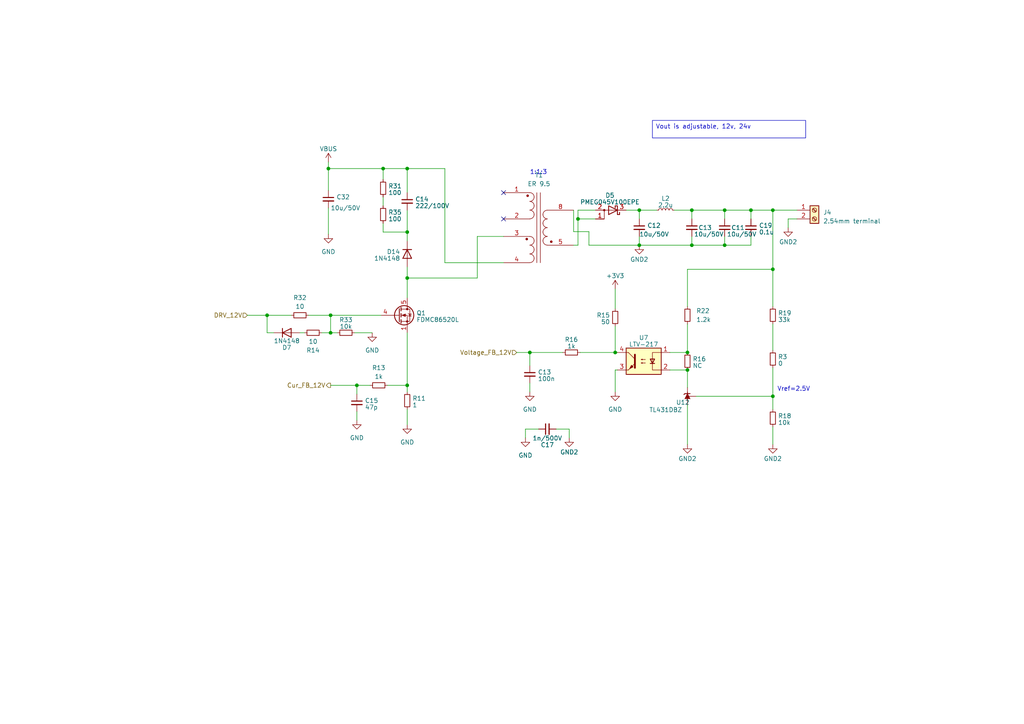
<source format=kicad_sch>
(kicad_sch (version 20230121) (generator eeschema)
  (paper "A4")
  (lib_symbols
    (symbol "Connector:Screw_Terminal_01x02" (pin_names (offset 1.016) hide)
      (property "Reference" "J" (at 0 2.54 0))
      (property "Value" "Screw_Terminal_01x02" (at 0 -5.08 0))
      (symbol "Screw_Terminal_01x02_1_1"
        (rectangle (start -1.27 1.27) (end 1.27 -3.81) (stroke (width 0.254)) (fill (type background)))
        (circle (center 0 -2.54) (radius 0.635) (stroke (width 0.1524)))
        (polyline (pts (xy -0.5334 -2.2098) (xy 0.3302 -3.048)) (stroke (width 0.1524)))
        (polyline (pts (xy -0.5334 0.3302) (xy 0.3302 -0.508)) (stroke (width 0.1524)))
        (polyline (pts (xy -0.3556 -2.032) (xy 0.508 -2.8702)) (stroke (width 0.1524)))
        (polyline (pts (xy -0.3556 0.508) (xy 0.508 -0.3302)) (stroke (width 0.1524)))
        (circle (center 0 0) (radius 0.635) (stroke (width 0.1524)))
        (pin passive line (at -5.08 0 0) (length 3.81) (name "Pin_1") (number "1"))
        (pin passive line (at -5.08 -2.54 0) (length 3.81) (name "Pin_2") (number "2"))
      )
    )
    (symbol "Device:C_Small" (pin_numbers hide) (pin_names (offset 0.254) hide)
      (property "Reference" "C" (at 0.254 1.778 0))
      (property "Value" "C_Small" (at 0.254 -2.032 0))
      (symbol "C_Small_0_1"
        (polyline (pts (xy -1.524 -0.508) (xy 1.524 -0.508)) (stroke (width 0.3302)))
        (polyline (pts (xy -1.524 0.508) (xy 1.524 0.508)) (stroke (width 0.3048)))
      )
      (symbol "C_Small_1_1"
        (pin passive line (at 0 2.54 270) (length 2.032) (name "~") (number "1"))
        (pin passive line (at 0 -2.54 90) (length 2.032) (name "~") (number "2"))
      )
    )
    (symbol "Device:D_Schottky_AAK" (pin_names (offset 0) hide)
      (property "Reference" "D" (at 0 2.54 0))
      (property "Value" "D_Schottky_AAK" (at 0 -2.54 0))
      (symbol "D_Schottky_AAK_0_1"
        (polyline (pts (xy 1.27 1.27) (xy 1.27 -1.27) (xy -1.27 0) (xy 1.27 1.27)) (stroke (width 0.254)))
        (polyline (pts (xy 3.81 2.54) (xy 2.54 2.54) (xy 2.54 0) (xy -1.27 0)))
        (polyline (pts (xy -1.905 0.635) (xy -1.905 1.27) (xy -1.27 1.27) (xy -1.27 -1.27) (xy -0.635 -1.27) (xy -0.635 -0.635)) (stroke (width 0.254)))
        (circle (center 2.54 0) (radius 0.254) (fill (type outline)))
      )
      (symbol "D_Schottky_AAK_1_1"
        (pin passive line (at 5.08 2.54 180) (length 2.54) (name "A") (number "1"))
        (pin passive line (at 5.08 0 180) (length 2.54) (name "A") (number "2"))
        (pin passive line (at -3.81 0 0) (length 2.54) (name "K") (number "3"))
      )
    )
    (symbol "Device:L_Small" (pin_numbers hide) (pin_names (offset 0.254) hide)
      (property "Reference" "L" (at 0.762 1.016 0))
      (property "Value" "L_Small" (at 0.762 -1.016 0))
      (symbol "L_Small_0_1"
        (arc (start 0 -2.032) (mid 0.5058 -1.524) (end 0 -1.016))
        (arc (start 0 -1.016) (mid 0.5058 -0.508) (end 0 0))
        (arc (start 0 0) (mid 0.5058 0.508) (end 0 1.016))
        (arc (start 0 1.016) (mid 0.5058 1.524) (end 0 2.032))
      )
      (symbol "L_Small_1_1"
        (pin passive line (at 0 2.54 270) (length 0.508) (name "~") (number "1"))
        (pin passive line (at 0 -2.54 90) (length 0.508) (name "~") (number "2"))
      )
    )
    (symbol "Device:R_Small" (pin_numbers hide) (pin_names (offset 0.254) hide)
      (property "Reference" "R" (at 0.762 0.508 0))
      (property "Value" "R_Small" (at 0.762 -1.016 0))
      (symbol "R_Small_0_1"
        (rectangle (start -0.762 1.778) (end 0.762 -1.778) (stroke (width 0.2032)))
      )
      (symbol "R_Small_1_1"
        (pin passive line (at 0 2.54 270) (length 0.762) (name "~") (number "1"))
        (pin passive line (at 0 -2.54 90) (length 0.762) (name "~") (number "2"))
      )
    )
    (symbol "Device:Transformer_1P_2S" (pin_names (offset 1.016) hide)
      (property "Reference" "T2" (at -0.127 13.0431 0))
      (property "Value" "EFD10" (at -0.127 11.1221 0))
      (symbol "Transformer_1P_2S_0_1"
        (arc (start -2.54 -5.0546) (mid -1.6599 -4.6901) (end -1.27 -3.81))
        (arc (start -2.54 -2.5146) (mid -1.6599 -2.1501) (end -1.27 -1.27))
        (arc (start -2.54 0.0254) (mid -1.6599 0.3899) (end -1.27 1.27))
        (arc (start -2.54 2.5654) (mid -1.6599 2.9299) (end -1.27 3.81))
        (arc (start -1.27 -3.81) (mid -1.642 -2.912) (end -2.54 -2.54))
        (arc (start -1.27 -1.27) (mid -1.642 -0.372) (end -2.54 0))
        (arc (start -1.27 1.27) (mid -1.642 2.168) (end -2.54 2.54))
        (arc (start -1.27 3.81) (mid -1.642 4.708) (end -2.54 5.08))
        (polyline (pts (xy -0.508 -10.16) (xy -0.508 10.16)))
        (polyline (pts (xy 0.508 10.16) (xy 0.508 -10.16)))
        (arc (start 1.2954 -8.89) (mid 1.6599 -9.7701) (end 2.54 -10.1346))
        (arc (start 1.2954 -6.35) (mid 1.6599 -7.2301) (end 2.54 -7.5946))
        (arc (start 1.2954 -3.81) (mid 1.6599 -4.6901) (end 2.54 -5.0546))
        (arc (start 1.2954 3.81) (mid 1.6599 2.9299) (end 2.54 2.5654))
        (arc (start 1.2954 6.35) (mid 1.6599 5.4699) (end 2.54 5.1054))
        (arc (start 1.2954 8.89) (mid 1.6599 8.0099) (end 2.54 7.6454))
        (arc (start 2.54 -7.62) (mid 1.642 -7.992) (end 1.2954 -8.89))
        (arc (start 2.54 -5.08) (mid 1.642 -5.452) (end 1.2954 -6.35))
        (arc (start 2.54 -2.54) (mid 1.642 -2.912) (end 1.2954 -3.81))
        (arc (start 2.54 5.08) (mid 1.642 4.708) (end 1.2954 3.81))
        (arc (start 2.54 7.62) (mid 1.642 7.248) (end 1.2954 6.35))
        (arc (start 2.54 10.16) (mid 1.642 9.788) (end 1.2954 8.89))
      )
      (symbol "Transformer_1P_2S_1_1"
        (circle (center -3.683 -4.064) (radius 0.284) (fill (type outline)))
        (circle (center 3.175 9.271) (radius 0.284) (fill (type outline)))
        (circle (center 3.429 -3.302) (radius 0.284) (fill (type outline)))
        (pin passive line (at 10.16 10.16 180) (length 7.62) (name "SA") (number "1"))
        (pin passive line (at 10.16 2.54 180) (length 7.62) (name "SB") (number "2"))
        (pin passive line (at 10.16 -2.54 180) (length 7.62) (name "SC") (number "3"))
        (pin passive line (at 10.16 -10.16 180) (length 7.62) (name "SD") (number "4"))
        (pin passive line (at -10.16 -5.08 0) (length 7.62) (name "AB") (number "5"))
        (pin passive line (at -10.16 5.08 0) (length 7.62) (name "AA") (number "8"))
      )
    )
    (symbol "Diode:1N4148" (pin_numbers hide) (pin_names hide)
      (property "Reference" "D" (at 0 2.54 0))
      (property "Value" "1N4148" (at 0 -2.54 0))
      (symbol "1N4148_0_1"
        (polyline (pts (xy -1.27 1.27) (xy -1.27 -1.27)) (stroke (width 0.254)))
        (polyline (pts (xy 1.27 0) (xy -1.27 0)))
        (polyline (pts (xy 1.27 1.27) (xy 1.27 -1.27) (xy -1.27 0) (xy 1.27 1.27)) (stroke (width 0.254)))
      )
      (symbol "1N4148_1_1"
        (pin passive line (at -3.81 0 0) (length 2.54) (name "K") (number "1"))
        (pin passive line (at 3.81 0 180) (length 2.54) (name "A") (number "2"))
      )
    )
    (symbol "Isolator:LTV-817" (pin_names (offset 1.016))
      (property "Reference" "U" (at -5.08 5.08 0))
      (property "Value" "LTV-817" (at 0 5.08 0))
      (symbol "LTV-817_0_1"
        (rectangle (start -5.08 3.81) (end 5.08 -3.81) (stroke (width 0.254)) (fill (type background)))
        (polyline (pts (xy -3.175 -0.635) (xy -1.905 -0.635)) (stroke (width 0.254)))
        (polyline (pts (xy 2.54 0.635) (xy 4.445 2.54)))
        (polyline (pts (xy 4.445 -2.54) (xy 2.54 -0.635)) (fill (type outline)))
        (polyline (pts (xy 4.445 -2.54) (xy 5.08 -2.54)))
        (polyline (pts (xy 4.445 2.54) (xy 5.08 2.54)))
        (polyline (pts (xy -5.08 2.54) (xy -2.54 2.54) (xy -2.54 -0.762)))
        (polyline (pts (xy -2.54 -0.635) (xy -2.54 -2.54) (xy -5.08 -2.54)))
        (polyline (pts (xy 2.54 1.905) (xy 2.54 -1.905) (xy 2.54 -1.905)) (stroke (width 0.508)))
        (polyline (pts (xy -2.54 -0.635) (xy -3.175 0.635) (xy -1.905 0.635) (xy -2.54 -0.635)) (stroke (width 0.254)))
        (polyline (pts (xy -0.508 -0.508) (xy 0.762 -0.508) (xy 0.381 -0.635) (xy 0.381 -0.381) (xy 0.762 -0.508)))
        (polyline (pts (xy -0.508 0.508) (xy 0.762 0.508) (xy 0.381 0.381) (xy 0.381 0.635) (xy 0.762 0.508)))
        (polyline (pts (xy 3.048 -1.651) (xy 3.556 -1.143) (xy 4.064 -2.159) (xy 3.048 -1.651) (xy 3.048 -1.651)) (fill (type outline)))
      )
      (symbol "LTV-817_1_1"
        (pin passive line (at -7.62 2.54 0) (length 2.54) (name "~") (number "1"))
        (pin passive line (at -7.62 -2.54 0) (length 2.54) (name "~") (number "2"))
        (pin passive line (at 7.62 -2.54 180) (length 2.54) (name "~") (number "3"))
        (pin passive line (at 7.62 2.54 180) (length 2.54) (name "~") (number "4"))
      )
    )
    (symbol "Reference_Voltage:TL431DBZ" (pin_numbers hide) (pin_names hide)
      (property "Reference" "U11" (at -1.778 0.6437 90))
      (property "Value" "TL431DBZ" (at -1.778 -1.2773 90))
      (symbol "TL431DBZ_0_1"
        (polyline (pts (xy -1.27 0) (xy 0 0) (xy 1.27 0)))
        (polyline (pts (xy -0.762 0.762) (xy 0.762 0) (xy -0.762 -0.762)) (fill (type outline)))
        (polyline (pts (xy 0.508 -1.016) (xy 0.762 -0.762) (xy 0.762 0.762) (xy 0.762 0.762)) (stroke (width 0.254)))
      )
      (symbol "TL431DBZ_1_1"
        (pin passive line (at 0 2.54 270) (length 2.54) (name "REF") (number "1"))
        (pin passive line (at 2.54 0 180) (length 2.54) (name "K") (number "2"))
        (pin passive line (at -2.54 0 0) (length 2.54) (name "A") (number "3"))
      )
    )
    (symbol "Transistor_FET:2N7002" (pin_names hide)
      (property "Reference" "Q2" (at 5.207 0.6437 0))
      (property "Value" "FDMC86520L" (at 5.207 -1.2773 0))
      (symbol "2N7002_0_1"
        (polyline (pts (xy 0.254 0) (xy -2.54 0)))
        (polyline (pts (xy 0.254 1.905) (xy 0.254 -1.905)) (stroke (width 0.254)))
        (polyline (pts (xy 0.762 -1.27) (xy 0.762 -2.286)) (stroke (width 0.254)))
        (polyline (pts (xy 0.762 0.508) (xy 0.762 -0.508)) (stroke (width 0.254)))
        (polyline (pts (xy 0.762 2.286) (xy 0.762 1.27)) (stroke (width 0.254)))
        (polyline (pts (xy 2.54 2.54) (xy 2.54 1.778)))
        (polyline (pts (xy 2.54 -2.54) (xy 2.54 0) (xy 0.762 0)))
        (polyline (pts (xy 0.762 -1.778) (xy 3.302 -1.778) (xy 3.302 1.778) (xy 0.762 1.778)))
        (polyline (pts (xy 1.016 0) (xy 2.032 0.381) (xy 2.032 -0.381) (xy 1.016 0)) (fill (type outline)))
        (polyline (pts (xy 2.794 0.508) (xy 2.921 0.381) (xy 3.683 0.381) (xy 3.81 0.254)))
        (polyline (pts (xy 3.302 0.381) (xy 2.921 -0.254) (xy 3.683 -0.254) (xy 3.302 0.381)))
        (circle (center 1.651 0) (radius 2.794) (stroke (width 0.254)))
        (circle (center 2.54 -1.778) (radius 0.254) (fill (type outline)))
        (circle (center 2.54 1.778) (radius 0.254) (fill (type outline)))
      )
      (symbol "2N7002_1_1"
        (pin passive line (at 2.54 -5.08 90) (length 2.54) (name "S") (number "1"))
        (pin input line (at -5.08 0 0) (length 2.54) (name "G") (number "4"))
        (pin passive line (at 2.54 5.08 270) (length 2.54) (name "D") (number "5"))
      )
    )
    (symbol "power:+3V3" (power) (pin_names (offset 0))
      (property "Value" "+3V3" (at 0 3.556 0))
      (symbol "+3V3_0_1"
        (polyline (pts (xy -0.762 1.27) (xy 0 2.54)))
        (polyline (pts (xy 0 0) (xy 0 2.54)))
        (polyline (pts (xy 0 2.54) (xy 0.762 1.27)))
      )
      (symbol "+3V3_1_1"
        (pin power_in line (at 0 0 90) (length 0) hide (name "+3V3") (number "1"))
      )
    )
    (symbol "power:GND" (power) (pin_names (offset 0))
      (property "Value" "GND" (at 0 -3.81 0))
      (symbol "GND_0_1"
        (polyline (pts (xy 0 0) (xy 0 -1.27) (xy 1.27 -1.27) (xy 0 -2.54) (xy -1.27 -1.27) (xy 0 -1.27)))
      )
      (symbol "GND_1_1"
        (pin power_in line (at 0 0 270) (length 0) hide (name "GND") (number "1"))
      )
    )
    (symbol "power:GND2" (power) (pin_names (offset 0))
      (property "Value" "GND2" (at 0 -3.81 0))
      (symbol "GND2_0_1"
        (polyline (pts (xy 0 0) (xy 0 -1.27) (xy 1.27 -1.27) (xy 0 -2.54) (xy -1.27 -1.27) (xy 0 -1.27)))
      )
      (symbol "GND2_1_1"
        (pin power_in line (at 0 0 270) (length 0) hide (name "GND2") (number "1"))
      )
    )
    (symbol "power:VBUS" (power) (pin_names (offset 0))
      (property "Value" "VBUS" (at 0 3.81 0))
      (symbol "VBUS_0_1"
        (polyline (pts (xy -0.762 1.27) (xy 0 2.54)))
        (polyline (pts (xy 0 0) (xy 0 2.54)))
        (polyline (pts (xy 0 2.54) (xy 0.762 1.27)))
      )
      (symbol "VBUS_1_1"
        (pin power_in line (at 0 0 90) (length 0) hide (name "VBUS") (number "1"))
      )
    )
  )
  (junction (at 95.885 91.44))
  (junction (at 118.11 111.76))
  (junction (at 200.66 71.12))
  (junction (at 95.25 48.895))
  (junction (at 178.435 102.235))
  (junction (at 95.885 96.52))
  (junction (at 167.64 63.5))
  (junction (at 118.11 67.31))
  (junction (at 199.39 107.315))
  (junction (at 103.505 111.76))
  (junction (at 199.39 102.235))
  (junction (at 153.67 102.235))
  (junction (at 224.155 60.96))
  (junction (at 118.11 80.645))
  (junction (at 224.155 114.935))
  (junction (at 111.125 48.895))
  (junction (at 118.11 48.895))
  (junction (at 77.47 91.44))
  (junction (at 200.66 60.96))
  (junction (at 210.185 60.96))
  (junction (at 224.155 78.105))
  (junction (at 185.42 60.96))
  (junction (at 217.805 60.96))
  (junction (at 185.42 71.12))
  (junction (at 210.185 71.12))
  (no_connect (at 146.05 63.5))
  (no_connect (at 146.05 55.88))
  (wire (pts (xy 228.6 63.5) (xy 228.6 66.04)))
  (wire (pts (xy 201.93 114.935) (xy 224.155 114.935)))
  (wire (pts (xy 111.125 64.77) (xy 111.125 67.31)))
  (wire (pts (xy 77.47 96.52) (xy 77.47 91.44)))
  (wire (pts (xy 166.37 71.12) (xy 167.64 71.12)))
  (wire (pts (xy 185.42 60.96) (xy 185.42 63.5)))
  (wire (pts (xy 156.21 124.46) (xy 152.4 124.46)))
  (wire (pts (xy 200.66 68.58) (xy 200.66 71.12)))
  (wire (pts (xy 153.67 102.235) (xy 153.67 106.045)))
  (wire (pts (xy 93.345 96.52) (xy 95.885 96.52)))
  (wire (pts (xy 103.505 119.38) (xy 103.505 121.92)))
  (wire (pts (xy 172.72 63.5) (xy 167.64 63.5)))
  (wire (pts (xy 217.805 68.58) (xy 217.805 71.12)))
  (wire (pts (xy 224.155 114.935) (xy 224.155 118.745)))
  (wire (pts (xy 146.05 76.2) (xy 129.032 76.2)))
  (wire (pts (xy 178.435 107.315) (xy 178.435 113.665)))
  (wire (pts (xy 200.66 60.96) (xy 210.185 60.96)))
  (wire (pts (xy 118.11 77.47) (xy 118.11 80.645)))
  (wire (pts (xy 185.42 60.96) (xy 190.5 60.96)))
  (wire (pts (xy 111.125 57.15) (xy 111.125 59.69)))
  (wire (pts (xy 168.275 102.235) (xy 178.435 102.235)))
  (wire (pts (xy 194.31 107.315) (xy 199.39 107.315)))
  (wire (pts (xy 111.125 48.895) (xy 111.125 52.07)))
  (wire (pts (xy 129.032 76.2) (xy 129.032 48.895)))
  (wire (pts (xy 77.47 96.52) (xy 79.375 96.52)))
  (wire (pts (xy 224.155 93.98) (xy 224.155 101.6)))
  (wire (pts (xy 111.125 67.31) (xy 118.11 67.31)))
  (wire (pts (xy 153.67 102.235) (xy 163.195 102.235)))
  (wire (pts (xy 217.805 60.96) (xy 224.155 60.96)))
  (wire (pts (xy 185.42 71.12) (xy 200.66 71.12)))
  (wire (pts (xy 167.64 71.12) (xy 167.64 63.5)))
  (wire (pts (xy 199.39 117.475) (xy 199.39 128.905)))
  (wire (pts (xy 199.39 93.98) (xy 199.39 102.235)))
  (wire (pts (xy 224.155 60.96) (xy 224.155 78.105)))
  (wire (pts (xy 95.25 55.245) (xy 95.25 48.895)))
  (wire (pts (xy 149.86 102.235) (xy 153.67 102.235)))
  (wire (pts (xy 199.39 88.9) (xy 199.39 78.105)))
  (wire (pts (xy 95.25 48.895) (xy 111.125 48.895)))
  (wire (pts (xy 118.11 111.76) (xy 118.11 113.665)))
  (wire (pts (xy 170.815 71.12) (xy 185.42 71.12)))
  (wire (pts (xy 224.155 123.825) (xy 224.155 128.905)))
  (wire (pts (xy 200.66 60.96) (xy 200.66 63.5)))
  (wire (pts (xy 161.29 124.46) (xy 165.1 124.46)))
  (wire (pts (xy 178.435 94.615) (xy 178.435 102.235)))
  (wire (pts (xy 118.11 48.895) (xy 129.032 48.895)))
  (wire (pts (xy 165.1 124.46) (xy 165.1 127)))
  (wire (pts (xy 167.64 60.96) (xy 172.72 60.96)))
  (wire (pts (xy 181.61 60.96) (xy 185.42 60.96)))
  (wire (pts (xy 102.87 96.52) (xy 107.95 96.52)))
  (wire (pts (xy 89.535 91.44) (xy 95.885 91.44)))
  (wire (pts (xy 194.31 102.235) (xy 199.39 102.235)))
  (wire (pts (xy 95.25 46.99) (xy 95.25 48.895)))
  (wire (pts (xy 166.37 67.183) (xy 170.815 67.183)))
  (wire (pts (xy 118.11 48.895) (xy 118.11 55.88)))
  (wire (pts (xy 77.47 91.44) (xy 84.455 91.44)))
  (wire (pts (xy 199.39 107.315) (xy 199.39 112.395)))
  (wire (pts (xy 178.435 83.82) (xy 178.435 89.535)))
  (wire (pts (xy 118.11 118.745) (xy 118.11 123.19)))
  (wire (pts (xy 178.435 107.315) (xy 179.07 107.315)))
  (wire (pts (xy 138.43 68.58) (xy 146.05 68.58)))
  (wire (pts (xy 210.185 60.96) (xy 217.805 60.96)))
  (wire (pts (xy 95.885 111.76) (xy 103.505 111.76)))
  (wire (pts (xy 185.42 68.58) (xy 185.42 71.12)))
  (wire (pts (xy 118.11 60.96) (xy 118.11 67.31)))
  (wire (pts (xy 195.58 60.96) (xy 200.66 60.96)))
  (wire (pts (xy 167.64 63.5) (xy 167.64 60.96)))
  (wire (pts (xy 118.11 67.31) (xy 118.11 69.85)))
  (wire (pts (xy 112.395 111.76) (xy 118.11 111.76)))
  (wire (pts (xy 152.4 124.46) (xy 152.4 127)))
  (wire (pts (xy 107.315 111.76) (xy 103.505 111.76)))
  (wire (pts (xy 166.37 60.96) (xy 166.37 67.183)))
  (wire (pts (xy 138.43 80.645) (xy 138.43 68.58)))
  (wire (pts (xy 200.66 71.12) (xy 210.185 71.12)))
  (wire (pts (xy 217.805 71.12) (xy 210.185 71.12)))
  (wire (pts (xy 71.755 91.44) (xy 77.47 91.44)))
  (wire (pts (xy 95.885 91.44) (xy 110.49 91.44)))
  (wire (pts (xy 224.155 60.96) (xy 231.14 60.96)))
  (wire (pts (xy 179.07 102.235) (xy 178.435 102.235)))
  (wire (pts (xy 111.125 48.895) (xy 118.11 48.895)))
  (wire (pts (xy 86.995 96.52) (xy 88.265 96.52)))
  (wire (pts (xy 95.885 91.44) (xy 95.885 96.52)))
  (wire (pts (xy 153.67 111.125) (xy 153.67 113.665)))
  (wire (pts (xy 224.155 106.68) (xy 224.155 114.935)))
  (wire (pts (xy 118.11 80.645) (xy 138.43 80.645)))
  (wire (pts (xy 118.11 80.645) (xy 118.11 86.36)))
  (wire (pts (xy 95.885 96.52) (xy 97.79 96.52)))
  (wire (pts (xy 217.805 60.96) (xy 217.805 63.5)))
  (wire (pts (xy 170.815 67.183) (xy 170.815 71.12)))
  (wire (pts (xy 103.505 111.76) (xy 103.505 114.3)))
  (wire (pts (xy 231.14 63.5) (xy 228.6 63.5)))
  (wire (pts (xy 118.11 96.52) (xy 118.11 111.76)))
  (wire (pts (xy 224.155 78.105) (xy 224.155 88.9)))
  (wire (pts (xy 199.39 78.105) (xy 224.155 78.105)))
  (wire (pts (xy 95.25 60.325) (xy 95.25 67.945)))
  (wire (pts (xy 210.185 60.96) (xy 210.185 63.5)))
  (wire (pts (xy 210.185 71.12) (xy 210.185 68.58)))
  (text_box "Vout is adjustable, 12v, 24v" (at 189.23 34.925 0) (size 44.45 5.08) (effects (font (size 1.27 1.27)) (justify left top)))
  (text "Vref=2.5V" (at 225.425 113.665 0) (effects (font (size 1.27 1.27)) (justify left bottom)))
  (text "1:1:3" (at 153.67 50.8 0) (effects (font (size 1.27 1.27)) (justify left bottom)))
  (hierarchical_label "Cur_FB_12V" (shape output) (at 95.885 111.76 180))
  (hierarchical_label "DRV_12V" (shape input) (at 71.755 91.44 180))
  (hierarchical_label "Voltage_FB_12V" (shape input) (at 149.86 102.235 180))
  (symbol (lib_id "Device:R_Small") (at 178.435 92.075 0) (mirror y) (unit 1)
    (property "Reference" "R15" (at 176.9364 91.4313 0) (effects (justify left)))
    (property "Value" "50" (at 176.9364 93.3523 0) (effects (justify left)))
    (property "Footprint" "Resistor_SMD:R_0402_1005Metric" (effects hide))
    (instances (project "PD-AuxPower-Card" (path "" (reference "R15") (unit 1)) (path "" (reference "R46") (unit 1))))
  )
  (symbol (lib_id "power:GND") (at 107.95 96.52 0) (unit 1)
    (property "Reference" "#PWR08" (effects hide))
    (property "Value" "GND" (at 107.95 101.6 0))
    (instances (project "PD-AuxPower-Card" (path "" (reference "#PWR08") (unit 1)) (path "" (reference "#PWR061") (unit 1)) (path "" (reference "#PWR078") (unit 1))))
  )
  (symbol (lib_id "Device:R_Small") (at 199.39 104.775 180) (unit 1)
    (property "Reference" "R16" (at 200.8886 104.1313 0) (effects (justify right)))
    (property "Value" "NC" (at 200.8886 106.0523 0) (effects (justify right)))
    (property "Footprint" "Resistor_SMD:R_0805_2012Metric" (effects hide))
    (instances (project "PD-AuxPower-Card" (path "" (reference "R16") (unit 1)) (path "" (reference "R50") (unit 1))))
  )
  (symbol (lib_id "Device:C_Small") (at 118.11 58.42 0) (unit 1)
    (property "Reference" "C14" (at 120.4341 57.7826 0) (effects (justify left)))
    (property "Value" "222/100V" (at 120.4341 59.7036 0) (effects (justify left)))
    (property "Footprint" "Capacitor_SMD:C_1206_3216Metric" (effects hide))
    (instances (project "PD-AuxPower-Card" (path "" (reference "C14") (unit 1)) (path "" (reference "C29") (unit 1))))
  )
  (symbol (lib_id "power:GND") (at 178.435 113.665 0) (unit 1)
    (property "Reference" "#PWR08" (effects hide))
    (property "Value" "GND" (at 178.435 118.745 0))
    (instances (project "PD-AuxPower-Card" (path "" (reference "#PWR08") (unit 1)) (path "" (reference "#PWR046") (unit 1)) (path "" (reference "#PWR082") (unit 1))))
  )
  (symbol (lib_id "Device:R_Small") (at 224.155 121.285 180) (unit 1)
    (property "Reference" "R18" (at 225.6536 120.6413 0) (effects (justify right)))
    (property "Value" "10k" (at 225.6536 122.5623 0) (effects (justify right)))
    (property "Footprint" "Resistor_SMD:R_0805_2012Metric" (effects hide))
    (instances (project "PD-AuxPower-Card" (path "" (reference "R18") (unit 1)) (path "" (reference "R54") (unit 1))))
  )
  (symbol (lib_id "Device:C_Small") (at 210.185 66.04 0) (unit 1)
    (property "Reference" "C11" (at 212.09 66.04 0) (effects (justify left)))
    (property "Value" "10u/50V" (at 210.82 67.945 0) (effects (justify left)))
    (property "Footprint" "Capacitor_SMD:C_0805_2012Metric" (effects hide))
    (instances (project "PD-AuxPower-Card" (path "" (reference "C11") (unit 1)) (path "" (reference "C32") (unit 1))))
  )
  (symbol (lib_id "Device:C_Small") (at 103.505 116.84 0) (unit 1)
    (property "Reference" "C15" (at 105.8291 116.2026 0) (effects (justify left)))
    (property "Value" "47p" (at 105.8291 118.1236 0) (effects (justify left)))
    (property "Footprint" "Capacitor_SMD:C_0402_1005Metric" (effects hide))
    (instances (project "PD-AuxPower-Card" (path "" (reference "C15") (unit 1)) (path "" (reference "C35") (unit 1))))
  )
  (symbol (lib_id "Device:R_Small") (at 111.125 54.61 180) (unit 1)
    (property "Reference" "R31" (at 112.6236 53.9663 0) (effects (justify right)))
    (property "Value" "100" (at 112.6236 55.8873 0) (effects (justify right)))
    (property "Footprint" "Resistor_SMD:R_0805_2012Metric" (effects hide))
    (instances (project "PD-AuxPower-Card" (path "" (reference "R31") (unit 1)) (path "" (reference "R39") (unit 1))))
  )
  (symbol (lib_id "Device:R_Small") (at 86.995 91.44 270) (unit 1)
    (property "Reference" "R32" (at 86.995 86.36 90))
    (property "Value" "10" (at 86.995 88.9 90))
    (property "Footprint" "Resistor_SMD:R_0402_1005Metric" (effects hide))
    (instances (project "PD-AuxPower-Card" (path "" (reference "R32") (unit 1)) (path "" (reference "R42") (unit 1))))
  )
  (symbol (lib_id "Device:L_Small") (at 193.04 60.96 90) (unit 1)
    (property "Reference" "L2" (at 193.04 57.5713 90))
    (property "Value" "2.2u" (at 193.04 59.4923 90))
    (property "Footprint" "Inductor_SMD:L_Changjiang_FNR3012S" (effects hide))
    (instances (project "PD-AuxPower-Card" (path "" (reference "L2") (unit 1)) (path "" (reference "L3") (unit 1))))
  )
  (symbol (lib_id "power:VBUS") (at 95.25 46.99 0) (unit 1)
    (property "Reference" "#PWR010" (effects hide))
    (property "Value" "VBUS" (at 95.25 43.18 0))
    (instances (project "PD-AuxPower-Card" (path "" (reference "#PWR010") (unit 1)) (path "" (reference "#PWR039") (unit 1)) (path "" (reference "#PWR072") (unit 1))))
  )
  (symbol (lib_id "Isolator:LTV-817") (at 186.69 104.775 0) (mirror y) (unit 1)
    (property "Reference" "U7" (at 186.69 97.9551 0))
    (property "Value" "LTV-217" (at 186.69 99.8761 0))
    (property "Footprint" "Library:SOP-4-175mil" (effects hide))
    (property "Datasheet" "http://www.us.liteon.com/downloads/LTV-817-827-847.PDF" (effects hide))
    (instances (project "PD-AuxPower-Card" (path "" (reference "U7") (unit 1)) (path "" (reference "U10") (unit 1))))
  )
  (symbol (lib_id "Device:R_Small") (at 109.855 111.76 90) (unit 1)
    (property "Reference" "R13" (at 109.855 106.68 90))
    (property "Value" "1k" (at 109.855 109.22 90))
    (property "Footprint" "Resistor_SMD:R_0402_1005Metric" (effects hide))
    (instances (project "PD-AuxPower-Card" (path "" (reference "R13") (unit 1)) (path "" (reference "R51") (unit 1))))
  )
  (symbol (lib_id "Diode:1N4148") (at 83.185 96.52 0) (mirror x) (unit 1)
    (property "Reference" "D7" (at 83.185 100.7999 0))
    (property "Value" "1N4148" (at 83.185 98.8789 0))
    (property "Footprint" "Diode_SMD:D_SOD-523" (effects hide))
    (property "Datasheet" "https://assets.nexperia.com/documents/data-sheet/1N4148_1N4448.pdf" (effects hide))
    (property "Sim.Device" "D" (effects hide))
    (property "Sim.Pins" "1=K 2=A" (effects hide))
    (instances (project "PD-AuxPower-Card" (path "" (reference "D7") (unit 1)) (path "" (reference "D18") (unit 1))))
  )
  (symbol (lib_id "power:GND") (at 152.4 127 0) (unit 1)
    (property "Reference" "#PWR08" (effects hide))
    (property "Value" "GND" (at 152.4 132.08 0))
    (instances (project "PD-AuxPower-Card" (path "" (reference "#PWR08") (unit 1)) (path "" (reference "#PWR051") (unit 1)) (path "" (reference "#PWR085") (unit 1))))
  )
  (symbol (lib_id "Device:R_Small") (at 199.39 91.44 180) (unit 1)
    (property "Reference" "R22" (at 201.93 90.17 0) (effects (justify right)))
    (property "Value" "1.2k" (at 201.93 92.71 0) (effects (justify right)))
    (property "Footprint" "Resistor_SMD:R_0805_2012Metric" (effects hide))
    (instances (project "PD-AuxPower-Card" (path "" (reference "R22") (unit 1)) (path "" (reference "R43") (unit 1))))
  )
  (symbol (lib_id "Device:R_Small") (at 224.155 91.44 180) (unit 1)
    (property "Reference" "R19" (at 225.6536 90.7963 0) (effects (justify right)))
    (property "Value" "33k" (at 225.6536 92.7173 0) (effects (justify right)))
    (property "Footprint" "Resistor_SMD:R_0805_2012Metric" (effects hide))
    (instances (project "PD-AuxPower-Card" (path "" (reference "R19") (unit 1)) (path "" (reference "R44") (unit 1))))
  )
  (symbol (lib_id "power:GND2") (at 199.39 128.905 0) (unit 1)
    (property "Reference" "#PWR087" (effects hide))
    (property "Value" "GND2" (at 199.39 133.0405 0))
  )
  (symbol (lib_id "Connector:Screw_Terminal_01x02") (at 236.22 60.96 0) (unit 1)
    (property "Reference" "J4" (at 238.76 61.595 0) (effects (justify left)))
    (property "Value" "2.54mm terminal" (at 238.76 64.135 0) (effects (justify left)))
    (property "Footprint" "Connector_PinHeader_2.54mm:PinHeader_1x02_P2.54mm_Vertical" (effects hide))
    (instances (project "PD-AuxPower-Card" (path "" (reference "J4") (unit 1)) (path "" (reference "J5") (unit 1))))
  )
  (symbol (lib_id "Device:R_Small") (at 100.33 96.52 270) (unit 1)
    (property "Reference" "R33" (at 100.33 92.7735 90))
    (property "Value" "10k" (at 100.33 94.6945 90))
    (property "Footprint" "Resistor_SMD:R_0402_1005Metric" (effects hide))
    (instances (project "PD-AuxPower-Card" (path "" (reference "R33") (unit 1)) (path "" (reference "R48") (unit 1))))
  )
  (symbol (lib_id "Device:C_Small") (at 158.75 124.46 90) (mirror x) (unit 1)
    (property "Reference" "C17" (at 158.7563 129.032 90))
    (property "Value" "1n/500V" (at 158.7563 127.111 90))
    (property "Footprint" "Capacitor_SMD:C_1210_3225Metric" (effects hide))
    (instances (project "PD-AuxPower-Card" (path "" (reference "C17") (unit 1)) (path "" (reference "C36") (unit 1))))
  )
  (symbol (lib_id "power:GND2") (at 224.155 128.905 0) (unit 1)
    (property "Reference" "#PWR088" (effects hide))
    (property "Value" "GND2" (at 224.155 133.0405 0))
  )
  (symbol (lib_id "Device:R_Small") (at 118.11 116.205 0) (unit 1)
    (property "Reference" "R11" (at 119.6086 115.5613 0) (effects (justify left)))
    (property "Value" "1" (at 119.6086 117.4823 0) (effects (justify left)))
    (property "Footprint" "Resistor_SMD:R_2512_6332Metric" (effects hide))
    (instances (project "PD-AuxPower-Card" (path "" (reference "R11") (unit 1)) (path "" (reference "R52") (unit 1))))
  )
  (symbol (lib_id "Device:C_Small") (at 200.66 66.04 0) (unit 1)
    (property "Reference" "C13" (at 202.565 66.04 0) (effects (justify left)))
    (property "Value" "10u/50V" (at 201.295 67.945 0) (effects (justify left)))
    (property "Footprint" "Capacitor_SMD:C_0805_2012Metric" (effects hide))
    (instances (project "PD-AuxPower-Card" (path "" (reference "C13") (unit 1)) (path "" (reference "C31") (unit 1))))
  )
  (symbol (lib_id "Device:Transformer_1P_2S") (at 156.21 66.04 0) (mirror y) (unit 1)
    (property "Reference" "T1" (at 156.337 50.8 0))
    (property "Value" "ER 9.5" (at 156.337 53.34 0))
    (property "Footprint" "User:Transformer_ER9.5_11.6mmx8.2mm" (effects hide))
    (instances (project "PD-AuxPower-Card" (path "" (reference "T1") (unit 1)) (path "" (reference "T2") (unit 1))))
  )
  (symbol (lib_id "power:GND") (at 153.67 113.665 0) (unit 1)
    (property "Reference" "#PWR08" (effects hide))
    (property "Value" "GND" (at 153.67 118.745 0))
    (instances (project "PD-AuxPower-Card" (path "" (reference "#PWR08") (unit 1)) (path "" (reference "#PWR049") (unit 1)) (path "" (reference "#PWR038") (unit 1))))
  )
  (symbol (lib_id "Device:C_Small") (at 95.25 57.785 0) (unit 1)
    (property "Reference" "C32" (at 97.5741 57.1476 0) (effects (justify left)))
    (property "Value" "10u/50V" (at 95.885 60.325 0) (effects (justify left)))
    (property "Footprint" "Capacitor_SMD:C_0805_2012Metric" (effects hide))
    (instances (project "PD-AuxPower-Card" (path "" (reference "C32") (unit 1)) (path "" (reference "C28") (unit 1))))
  )
  (symbol (lib_id "Device:C_Small") (at 153.67 108.585 0) (unit 1)
    (property "Reference" "C13" (at 155.9941 107.9476 0) (effects (justify left)))
    (property "Value" "100n" (at 155.9941 109.8686 0) (effects (justify left)))
    (property "Footprint" "Capacitor_SMD:C_0402_1005Metric" (effects hide))
    (instances (project "PD-AuxPower-Card" (path "" (reference "C13") (unit 1)) (path "" (reference "C15") (unit 1))))
  )
  (symbol (lib_id "Device:R_Small") (at 165.735 102.235 90) (unit 1)
    (property "Reference" "R16" (at 165.735 98.4885 90))
    (property "Value" "1k" (at 165.735 100.4095 90))
    (property "Footprint" "Resistor_SMD:R_0402_1005Metric" (effects hide))
    (instances (project "PD-AuxPower-Card" (path "" (reference "R16") (unit 1)) (path "" (reference "R17") (unit 1))))
  )
  (symbol (lib_id "Device:D_Schottky_AAK") (at 177.8 60.96 180) (unit 1)
    (property "Reference" "D5" (at 176.911 56.6801 0))
    (property "Value" "PMEG045V100EPE" (at 176.911 58.6011 0))
    (property "Footprint" "Package_TO_SOT_SMD:Nexperia_CFP15_SOT-1289" (effects hide))
    (instances (project "PD-AuxPower-Card" (path "" (reference "D5") (unit 1)) (path "" (reference "D15") (unit 1))))
  )
  (symbol (lib_id "Device:C_Small") (at 185.42 66.04 0) (unit 1)
    (property "Reference" "C12" (at 187.7441 65.4026 0) (effects (justify left)))
    (property "Value" "10u/50V" (at 185.42 67.945 0) (effects (justify left)))
    (property "Footprint" "Capacitor_SMD:C_0805_2012Metric" (effects hide))
    (instances (project "PD-AuxPower-Card" (path "" (reference "C12") (unit 1)) (path "" (reference "C30") (unit 1))))
  )
  (symbol (lib_id "Diode:1N4148") (at 118.11 73.66 90) (mirror x) (unit 1)
    (property "Reference" "D14" (at 116.078 73.0163 90) (effects (justify left)))
    (property "Value" "1N4148" (at 116.078 74.9373 90) (effects (justify left)))
    (property "Footprint" "Diode_SMD:D_SOD-523" (effects hide))
    (property "Datasheet" "https://assets.nexperia.com/documents/data-sheet/1N4148_1N4448.pdf" (effects hide))
    (property "Sim.Device" "D" (effects hide))
    (property "Sim.Pins" "1=K 2=A" (effects hide))
    (instances (project "PD-AuxPower-Card" (path "" (reference "D14") (unit 1)) (path "" (reference "D16") (unit 1))))
  )
  (symbol (lib_id "power:GND2") (at 165.1 127 0) (unit 1)
    (property "Reference" "#PWR086" (effects hide))
    (property "Value" "GND2" (at 165.1 131.1355 0))
  )
  (symbol (lib_id "power:GND") (at 118.11 123.19 0) (unit 1)
    (property "Reference" "#PWR08" (effects hide))
    (property "Value" "GND" (at 118.11 128.27 0))
    (instances (project "PD-AuxPower-Card" (path "" (reference "#PWR08") (unit 1)) (path "" (reference "#PWR040") (unit 1)) (path "" (reference "#PWR084") (unit 1))))
  )
  (symbol (lib_id "power:GND") (at 103.505 121.92 0) (unit 1)
    (property "Reference" "#PWR08" (effects hide))
    (property "Value" "GND" (at 103.505 127 0))
    (instances (project "PD-AuxPower-Card" (path "" (reference "#PWR08") (unit 1)) (path "" (reference "#PWR042") (unit 1)) (path "" (reference "#PWR083") (unit 1))))
  )
  (symbol (lib_id "Device:R_Small") (at 90.805 96.52 90) (unit 1)
    (property "Reference" "R14" (at 90.805 101.6 90))
    (property "Value" "10" (at 90.805 99.06 90))
    (property "Footprint" "Resistor_SMD:R_0402_1005Metric" (effects hide))
    (instances (project "PD-AuxPower-Card" (path "" (reference "R14") (unit 1)) (path "" (reference "R47") (unit 1))))
  )
  (symbol (lib_id "Device:R_Small") (at 111.125 62.23 180) (unit 1)
    (property "Reference" "R35" (at 112.6236 61.5863 0) (effects (justify right)))
    (property "Value" "100" (at 112.6236 63.5073 0) (effects (justify right)))
    (property "Footprint" "Resistor_SMD:R_0805_2012Metric" (effects hide))
    (instances (project "PD-AuxPower-Card" (path "" (reference "R35") (unit 1)) (path "" (reference "R41") (unit 1))))
  )
  (symbol (lib_id "power:GND") (at 95.25 67.945 0) (unit 1)
    (property "Reference" "#PWR08" (effects hide))
    (property "Value" "GND" (at 95.25 73.025 0))
    (instances (project "PD-AuxPower-Card" (path "" (reference "#PWR08") (unit 1)) (path "" (reference "#PWR079") (unit 1)) (path "" (reference "#PWR074") (unit 1))))
  )
  (symbol (lib_id "Device:R_Small") (at 224.155 104.14 180) (unit 1)
    (property "Reference" "R3" (at 225.6536 103.4963 0) (effects (justify right)))
    (property "Value" "0" (at 225.6536 105.4173 0) (effects (justify right)))
    (property "Footprint" "Resistor_SMD:R_0805_2012Metric" (effects hide))
    (instances (project "PD-AuxPower-Card" (path "" (reference "R3") (unit 1)) (path "" (reference "R4") (unit 1))))
  )
  (symbol (lib_id "power:+3V3") (at 178.435 83.82 0) (mirror y) (unit 1)
    (property "Reference" "#PWR024" (effects hide))
    (property "Value" "+3V3" (at 178.435 80.01 0))
    (instances (project "PD-AuxPower-Card" (path "" (reference "#PWR024") (unit 1)) (path "" (reference "#PWR045") (unit 1)) (path "" (reference "#PWR077") (unit 1))))
  )
  (symbol (lib_id "Reference_Voltage:TL431DBZ") (at 199.39 114.935 270) (mirror x) (unit 1)
    (property "Reference" "U12" (at 200.0337 116.713 90) (effects (justify right)))
    (property "Value" "TL431DBZ" (at 197.866 118.872 90) (effects (justify right)))
    (property "Footprint" "Package_TO_SOT_SMD:SOT-23" (effects hide))
    (property "Datasheet" "http://www.ti.com/lit/ds/symlink/tl431.pdf" (effects hide))
    (instances (project "PD-AuxPower-Card" (path "" (reference "U12") (unit 1)) (path "" (reference "U11") (unit 1))))
  )
  (symbol (lib_id "power:GND2") (at 228.6 66.04 0) (unit 1)
    (property "Reference" "#PWR073" (effects hide))
    (property "Value" "GND2" (at 228.6 70.1755 0))
  )
  (symbol (lib_id "Transistor_FET:2N7002") (at 115.57 91.44 0) (unit 1)
    (property "Reference" "Q1" (at 120.777 90.7963 0) (effects (justify left)))
    (property "Value" "FDMC86520L" (at 120.777 92.7173 0) (effects (justify left)))
    (property "Footprint" "Package_SON:Diodes_PowerDI3333-8" (effects hide))
    (property "Datasheet" "https://www.onsemi.com/pub/Collateral/NDS7002A-D.PDF" (effects hide))
    (instances (project "PD-AuxPower-Card" (path "" (reference "Q1") (unit 1)) (path "" (reference "Q2") (unit 1))))
  )
  (symbol (lib_id "Device:C_Small") (at 217.805 66.04 0) (unit 1)
    (property "Reference" "C19" (at 220.1291 65.4026 0) (effects (justify left)))
    (property "Value" "0.1u" (at 220.1291 67.3236 0) (effects (justify left)))
    (property "Footprint" "Capacitor_SMD:C_0603_1608Metric" (effects hide))
    (instances (project "PD-AuxPower-Card" (path "" (reference "C19") (unit 1)) (path "" (reference "C33") (unit 1))))
  )
  (symbol (lib_id "power:GND2") (at 185.42 71.12 0) (unit 1)
    (property "Reference" "#PWR076" (effects hide))
    (property "Value" "GND2" (at 185.42 75.2555 0))
  )
)
</source>
